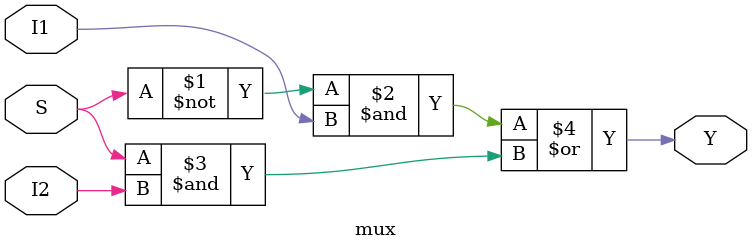
<source format=v>
`timescale 1ns / 1ps


module mux(
    input I1, I2,
    input S,
    output Y
    );
    
    assign Y = (~S&I1 | S&I2);
endmodule

</source>
